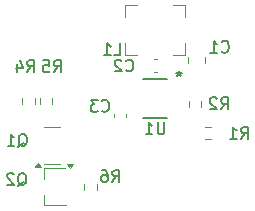
<source format=gbr>
%TF.GenerationSoftware,KiCad,Pcbnew,7.0.11-2.fc38*%
%TF.CreationDate,2024-04-05T10:11:15+02:00*%
%TF.ProjectId,WLED_Board,574c4544-5f42-46f6-9172-642e6b696361,rev?*%
%TF.SameCoordinates,Original*%
%TF.FileFunction,Legend,Bot*%
%TF.FilePolarity,Positive*%
%FSLAX46Y46*%
G04 Gerber Fmt 4.6, Leading zero omitted, Abs format (unit mm)*
G04 Created by KiCad (PCBNEW 7.0.11-2.fc38) date 2024-04-05 10:11:15*
%MOMM*%
%LPD*%
G01*
G04 APERTURE LIST*
%ADD10C,0.150000*%
%ADD11C,0.120000*%
%ADD12C,0.152400*%
G04 APERTURE END LIST*
D10*
X94516665Y-103854819D02*
X94992855Y-103854819D01*
X94992855Y-103854819D02*
X94992855Y-102854819D01*
X93659522Y-103854819D02*
X94230950Y-103854819D01*
X93945236Y-103854819D02*
X93945236Y-102854819D01*
X93945236Y-102854819D02*
X94040474Y-102997676D01*
X94040474Y-102997676D02*
X94135712Y-103092914D01*
X94135712Y-103092914D02*
X94230950Y-103140533D01*
X86395237Y-111650057D02*
X86490475Y-111602438D01*
X86490475Y-111602438D02*
X86585713Y-111507200D01*
X86585713Y-111507200D02*
X86728570Y-111364342D01*
X86728570Y-111364342D02*
X86823808Y-111316723D01*
X86823808Y-111316723D02*
X86919046Y-111316723D01*
X86871427Y-111554819D02*
X86966665Y-111507200D01*
X86966665Y-111507200D02*
X87061903Y-111411961D01*
X87061903Y-111411961D02*
X87109522Y-111221485D01*
X87109522Y-111221485D02*
X87109522Y-110888152D01*
X87109522Y-110888152D02*
X87061903Y-110697676D01*
X87061903Y-110697676D02*
X86966665Y-110602438D01*
X86966665Y-110602438D02*
X86871427Y-110554819D01*
X86871427Y-110554819D02*
X86680951Y-110554819D01*
X86680951Y-110554819D02*
X86585713Y-110602438D01*
X86585713Y-110602438D02*
X86490475Y-110697676D01*
X86490475Y-110697676D02*
X86442856Y-110888152D01*
X86442856Y-110888152D02*
X86442856Y-111221485D01*
X86442856Y-111221485D02*
X86490475Y-111411961D01*
X86490475Y-111411961D02*
X86585713Y-111507200D01*
X86585713Y-111507200D02*
X86680951Y-111554819D01*
X86680951Y-111554819D02*
X86871427Y-111554819D01*
X85490475Y-111554819D02*
X86061903Y-111554819D01*
X85776189Y-111554819D02*
X85776189Y-110554819D01*
X85776189Y-110554819D02*
X85871427Y-110697676D01*
X85871427Y-110697676D02*
X85966665Y-110792914D01*
X85966665Y-110792914D02*
X86061903Y-110840533D01*
X98761903Y-109554819D02*
X98761903Y-110364342D01*
X98761903Y-110364342D02*
X98714284Y-110459580D01*
X98714284Y-110459580D02*
X98666665Y-110507200D01*
X98666665Y-110507200D02*
X98571427Y-110554819D01*
X98571427Y-110554819D02*
X98380951Y-110554819D01*
X98380951Y-110554819D02*
X98285713Y-110507200D01*
X98285713Y-110507200D02*
X98238094Y-110459580D01*
X98238094Y-110459580D02*
X98190475Y-110364342D01*
X98190475Y-110364342D02*
X98190475Y-109554819D01*
X97190475Y-110554819D02*
X97761903Y-110554819D01*
X97476189Y-110554819D02*
X97476189Y-109554819D01*
X97476189Y-109554819D02*
X97571427Y-109697676D01*
X97571427Y-109697676D02*
X97666665Y-109792914D01*
X97666665Y-109792914D02*
X97761903Y-109840533D01*
X99999999Y-105204819D02*
X99999999Y-105442914D01*
X100238094Y-105347676D02*
X99999999Y-105442914D01*
X99999999Y-105442914D02*
X99761904Y-105347676D01*
X100142856Y-105633390D02*
X99999999Y-105442914D01*
X99999999Y-105442914D02*
X99857142Y-105633390D01*
X103566665Y-108454819D02*
X103899998Y-107978628D01*
X104138093Y-108454819D02*
X104138093Y-107454819D01*
X104138093Y-107454819D02*
X103757141Y-107454819D01*
X103757141Y-107454819D02*
X103661903Y-107502438D01*
X103661903Y-107502438D02*
X103614284Y-107550057D01*
X103614284Y-107550057D02*
X103566665Y-107645295D01*
X103566665Y-107645295D02*
X103566665Y-107788152D01*
X103566665Y-107788152D02*
X103614284Y-107883390D01*
X103614284Y-107883390D02*
X103661903Y-107931009D01*
X103661903Y-107931009D02*
X103757141Y-107978628D01*
X103757141Y-107978628D02*
X104138093Y-107978628D01*
X103185712Y-107550057D02*
X103138093Y-107502438D01*
X103138093Y-107502438D02*
X103042855Y-107454819D01*
X103042855Y-107454819D02*
X102804760Y-107454819D01*
X102804760Y-107454819D02*
X102709522Y-107502438D01*
X102709522Y-107502438D02*
X102661903Y-107550057D01*
X102661903Y-107550057D02*
X102614284Y-107645295D01*
X102614284Y-107645295D02*
X102614284Y-107740533D01*
X102614284Y-107740533D02*
X102661903Y-107883390D01*
X102661903Y-107883390D02*
X103233331Y-108454819D01*
X103233331Y-108454819D02*
X102614284Y-108454819D01*
X103616665Y-103559580D02*
X103664284Y-103607200D01*
X103664284Y-103607200D02*
X103807141Y-103654819D01*
X103807141Y-103654819D02*
X103902379Y-103654819D01*
X103902379Y-103654819D02*
X104045236Y-103607200D01*
X104045236Y-103607200D02*
X104140474Y-103511961D01*
X104140474Y-103511961D02*
X104188093Y-103416723D01*
X104188093Y-103416723D02*
X104235712Y-103226247D01*
X104235712Y-103226247D02*
X104235712Y-103083390D01*
X104235712Y-103083390D02*
X104188093Y-102892914D01*
X104188093Y-102892914D02*
X104140474Y-102797676D01*
X104140474Y-102797676D02*
X104045236Y-102702438D01*
X104045236Y-102702438D02*
X103902379Y-102654819D01*
X103902379Y-102654819D02*
X103807141Y-102654819D01*
X103807141Y-102654819D02*
X103664284Y-102702438D01*
X103664284Y-102702438D02*
X103616665Y-102750057D01*
X102664284Y-103654819D02*
X103235712Y-103654819D01*
X102949998Y-103654819D02*
X102949998Y-102654819D01*
X102949998Y-102654819D02*
X103045236Y-102797676D01*
X103045236Y-102797676D02*
X103140474Y-102892914D01*
X103140474Y-102892914D02*
X103235712Y-102940533D01*
X86345237Y-114950057D02*
X86440475Y-114902438D01*
X86440475Y-114902438D02*
X86535713Y-114807200D01*
X86535713Y-114807200D02*
X86678570Y-114664342D01*
X86678570Y-114664342D02*
X86773808Y-114616723D01*
X86773808Y-114616723D02*
X86869046Y-114616723D01*
X86821427Y-114854819D02*
X86916665Y-114807200D01*
X86916665Y-114807200D02*
X87011903Y-114711961D01*
X87011903Y-114711961D02*
X87059522Y-114521485D01*
X87059522Y-114521485D02*
X87059522Y-114188152D01*
X87059522Y-114188152D02*
X87011903Y-113997676D01*
X87011903Y-113997676D02*
X86916665Y-113902438D01*
X86916665Y-113902438D02*
X86821427Y-113854819D01*
X86821427Y-113854819D02*
X86630951Y-113854819D01*
X86630951Y-113854819D02*
X86535713Y-113902438D01*
X86535713Y-113902438D02*
X86440475Y-113997676D01*
X86440475Y-113997676D02*
X86392856Y-114188152D01*
X86392856Y-114188152D02*
X86392856Y-114521485D01*
X86392856Y-114521485D02*
X86440475Y-114711961D01*
X86440475Y-114711961D02*
X86535713Y-114807200D01*
X86535713Y-114807200D02*
X86630951Y-114854819D01*
X86630951Y-114854819D02*
X86821427Y-114854819D01*
X86011903Y-113950057D02*
X85964284Y-113902438D01*
X85964284Y-113902438D02*
X85869046Y-113854819D01*
X85869046Y-113854819D02*
X85630951Y-113854819D01*
X85630951Y-113854819D02*
X85535713Y-113902438D01*
X85535713Y-113902438D02*
X85488094Y-113950057D01*
X85488094Y-113950057D02*
X85440475Y-114045295D01*
X85440475Y-114045295D02*
X85440475Y-114140533D01*
X85440475Y-114140533D02*
X85488094Y-114283390D01*
X85488094Y-114283390D02*
X86059522Y-114854819D01*
X86059522Y-114854819D02*
X85440475Y-114854819D01*
X93466665Y-108559580D02*
X93514284Y-108607200D01*
X93514284Y-108607200D02*
X93657141Y-108654819D01*
X93657141Y-108654819D02*
X93752379Y-108654819D01*
X93752379Y-108654819D02*
X93895236Y-108607200D01*
X93895236Y-108607200D02*
X93990474Y-108511961D01*
X93990474Y-108511961D02*
X94038093Y-108416723D01*
X94038093Y-108416723D02*
X94085712Y-108226247D01*
X94085712Y-108226247D02*
X94085712Y-108083390D01*
X94085712Y-108083390D02*
X94038093Y-107892914D01*
X94038093Y-107892914D02*
X93990474Y-107797676D01*
X93990474Y-107797676D02*
X93895236Y-107702438D01*
X93895236Y-107702438D02*
X93752379Y-107654819D01*
X93752379Y-107654819D02*
X93657141Y-107654819D01*
X93657141Y-107654819D02*
X93514284Y-107702438D01*
X93514284Y-107702438D02*
X93466665Y-107750057D01*
X93133331Y-107654819D02*
X92514284Y-107654819D01*
X92514284Y-107654819D02*
X92847617Y-108035771D01*
X92847617Y-108035771D02*
X92704760Y-108035771D01*
X92704760Y-108035771D02*
X92609522Y-108083390D01*
X92609522Y-108083390D02*
X92561903Y-108131009D01*
X92561903Y-108131009D02*
X92514284Y-108226247D01*
X92514284Y-108226247D02*
X92514284Y-108464342D01*
X92514284Y-108464342D02*
X92561903Y-108559580D01*
X92561903Y-108559580D02*
X92609522Y-108607200D01*
X92609522Y-108607200D02*
X92704760Y-108654819D01*
X92704760Y-108654819D02*
X92990474Y-108654819D01*
X92990474Y-108654819D02*
X93085712Y-108607200D01*
X93085712Y-108607200D02*
X93133331Y-108559580D01*
X105266665Y-110954819D02*
X105599998Y-110478628D01*
X105838093Y-110954819D02*
X105838093Y-109954819D01*
X105838093Y-109954819D02*
X105457141Y-109954819D01*
X105457141Y-109954819D02*
X105361903Y-110002438D01*
X105361903Y-110002438D02*
X105314284Y-110050057D01*
X105314284Y-110050057D02*
X105266665Y-110145295D01*
X105266665Y-110145295D02*
X105266665Y-110288152D01*
X105266665Y-110288152D02*
X105314284Y-110383390D01*
X105314284Y-110383390D02*
X105361903Y-110431009D01*
X105361903Y-110431009D02*
X105457141Y-110478628D01*
X105457141Y-110478628D02*
X105838093Y-110478628D01*
X104314284Y-110954819D02*
X104885712Y-110954819D01*
X104599998Y-110954819D02*
X104599998Y-109954819D01*
X104599998Y-109954819D02*
X104695236Y-110097676D01*
X104695236Y-110097676D02*
X104790474Y-110192914D01*
X104790474Y-110192914D02*
X104885712Y-110240533D01*
X95516665Y-105159580D02*
X95564284Y-105207200D01*
X95564284Y-105207200D02*
X95707141Y-105254819D01*
X95707141Y-105254819D02*
X95802379Y-105254819D01*
X95802379Y-105254819D02*
X95945236Y-105207200D01*
X95945236Y-105207200D02*
X96040474Y-105111961D01*
X96040474Y-105111961D02*
X96088093Y-105016723D01*
X96088093Y-105016723D02*
X96135712Y-104826247D01*
X96135712Y-104826247D02*
X96135712Y-104683390D01*
X96135712Y-104683390D02*
X96088093Y-104492914D01*
X96088093Y-104492914D02*
X96040474Y-104397676D01*
X96040474Y-104397676D02*
X95945236Y-104302438D01*
X95945236Y-104302438D02*
X95802379Y-104254819D01*
X95802379Y-104254819D02*
X95707141Y-104254819D01*
X95707141Y-104254819D02*
X95564284Y-104302438D01*
X95564284Y-104302438D02*
X95516665Y-104350057D01*
X95135712Y-104350057D02*
X95088093Y-104302438D01*
X95088093Y-104302438D02*
X94992855Y-104254819D01*
X94992855Y-104254819D02*
X94754760Y-104254819D01*
X94754760Y-104254819D02*
X94659522Y-104302438D01*
X94659522Y-104302438D02*
X94611903Y-104350057D01*
X94611903Y-104350057D02*
X94564284Y-104445295D01*
X94564284Y-104445295D02*
X94564284Y-104540533D01*
X94564284Y-104540533D02*
X94611903Y-104683390D01*
X94611903Y-104683390D02*
X95183331Y-105254819D01*
X95183331Y-105254819D02*
X94564284Y-105254819D01*
X87166665Y-105292319D02*
X87499998Y-104816128D01*
X87738093Y-105292319D02*
X87738093Y-104292319D01*
X87738093Y-104292319D02*
X87357141Y-104292319D01*
X87357141Y-104292319D02*
X87261903Y-104339938D01*
X87261903Y-104339938D02*
X87214284Y-104387557D01*
X87214284Y-104387557D02*
X87166665Y-104482795D01*
X87166665Y-104482795D02*
X87166665Y-104625652D01*
X87166665Y-104625652D02*
X87214284Y-104720890D01*
X87214284Y-104720890D02*
X87261903Y-104768509D01*
X87261903Y-104768509D02*
X87357141Y-104816128D01*
X87357141Y-104816128D02*
X87738093Y-104816128D01*
X86309522Y-104625652D02*
X86309522Y-105292319D01*
X86547617Y-104244700D02*
X86785712Y-104958985D01*
X86785712Y-104958985D02*
X86166665Y-104958985D01*
X89416665Y-105304819D02*
X89749998Y-104828628D01*
X89988093Y-105304819D02*
X89988093Y-104304819D01*
X89988093Y-104304819D02*
X89607141Y-104304819D01*
X89607141Y-104304819D02*
X89511903Y-104352438D01*
X89511903Y-104352438D02*
X89464284Y-104400057D01*
X89464284Y-104400057D02*
X89416665Y-104495295D01*
X89416665Y-104495295D02*
X89416665Y-104638152D01*
X89416665Y-104638152D02*
X89464284Y-104733390D01*
X89464284Y-104733390D02*
X89511903Y-104781009D01*
X89511903Y-104781009D02*
X89607141Y-104828628D01*
X89607141Y-104828628D02*
X89988093Y-104828628D01*
X88511903Y-104304819D02*
X88988093Y-104304819D01*
X88988093Y-104304819D02*
X89035712Y-104781009D01*
X89035712Y-104781009D02*
X88988093Y-104733390D01*
X88988093Y-104733390D02*
X88892855Y-104685771D01*
X88892855Y-104685771D02*
X88654760Y-104685771D01*
X88654760Y-104685771D02*
X88559522Y-104733390D01*
X88559522Y-104733390D02*
X88511903Y-104781009D01*
X88511903Y-104781009D02*
X88464284Y-104876247D01*
X88464284Y-104876247D02*
X88464284Y-105114342D01*
X88464284Y-105114342D02*
X88511903Y-105209580D01*
X88511903Y-105209580D02*
X88559522Y-105257200D01*
X88559522Y-105257200D02*
X88654760Y-105304819D01*
X88654760Y-105304819D02*
X88892855Y-105304819D01*
X88892855Y-105304819D02*
X88988093Y-105257200D01*
X88988093Y-105257200D02*
X89035712Y-105209580D01*
X94366665Y-114604819D02*
X94699998Y-114128628D01*
X94938093Y-114604819D02*
X94938093Y-113604819D01*
X94938093Y-113604819D02*
X94557141Y-113604819D01*
X94557141Y-113604819D02*
X94461903Y-113652438D01*
X94461903Y-113652438D02*
X94414284Y-113700057D01*
X94414284Y-113700057D02*
X94366665Y-113795295D01*
X94366665Y-113795295D02*
X94366665Y-113938152D01*
X94366665Y-113938152D02*
X94414284Y-114033390D01*
X94414284Y-114033390D02*
X94461903Y-114081009D01*
X94461903Y-114081009D02*
X94557141Y-114128628D01*
X94557141Y-114128628D02*
X94938093Y-114128628D01*
X93509522Y-113604819D02*
X93699998Y-113604819D01*
X93699998Y-113604819D02*
X93795236Y-113652438D01*
X93795236Y-113652438D02*
X93842855Y-113700057D01*
X93842855Y-113700057D02*
X93938093Y-113842914D01*
X93938093Y-113842914D02*
X93985712Y-114033390D01*
X93985712Y-114033390D02*
X93985712Y-114414342D01*
X93985712Y-114414342D02*
X93938093Y-114509580D01*
X93938093Y-114509580D02*
X93890474Y-114557200D01*
X93890474Y-114557200D02*
X93795236Y-114604819D01*
X93795236Y-114604819D02*
X93604760Y-114604819D01*
X93604760Y-114604819D02*
X93509522Y-114557200D01*
X93509522Y-114557200D02*
X93461903Y-114509580D01*
X93461903Y-114509580D02*
X93414284Y-114414342D01*
X93414284Y-114414342D02*
X93414284Y-114176247D01*
X93414284Y-114176247D02*
X93461903Y-114081009D01*
X93461903Y-114081009D02*
X93509522Y-114033390D01*
X93509522Y-114033390D02*
X93604760Y-113985771D01*
X93604760Y-113985771D02*
X93795236Y-113985771D01*
X93795236Y-113985771D02*
X93890474Y-114033390D01*
X93890474Y-114033390D02*
X93938093Y-114081009D01*
X93938093Y-114081009D02*
X93985712Y-114176247D01*
D11*
%TO.C,L1*%
X100489999Y-103860000D02*
X100489999Y-102835000D01*
X100489999Y-103860000D02*
X99464999Y-103860000D01*
X100489999Y-99640000D02*
X100489999Y-100665000D01*
X100489999Y-99640000D02*
X99464999Y-99640000D01*
X95409999Y-103860000D02*
X96434999Y-103860000D01*
X95409999Y-103860000D02*
X95409999Y-102835000D01*
X95409999Y-99640000D02*
X96434999Y-99640000D01*
X95409999Y-99640000D02*
X95409999Y-100665000D01*
%TO.C,Q1*%
X89250000Y-109940000D02*
X88600000Y-109940000D01*
X89250000Y-109940000D02*
X89900000Y-109940000D01*
X89250000Y-113060000D02*
X88600000Y-113060000D01*
X89250000Y-113060000D02*
X89900000Y-113060000D01*
X88327500Y-113340000D02*
X87847500Y-113340000D01*
X88087500Y-113010000D01*
X88327500Y-113340000D01*
G36*
X88327500Y-113340000D02*
G01*
X87847500Y-113340000D01*
X88087500Y-113010000D01*
X88327500Y-113340000D01*
G37*
D12*
%TO.C,U1*%
X99003300Y-109151000D02*
X96996700Y-109151000D01*
X96996700Y-105849000D02*
X99003300Y-105849000D01*
D11*
%TO.C,R2*%
X100839951Y-108254724D02*
X100839951Y-107745276D01*
X101884951Y-108254724D02*
X101884951Y-107745276D01*
%TO.C,C1*%
X100765000Y-104511252D02*
X100765000Y-103988748D01*
X102235000Y-104511252D02*
X102235000Y-103988748D01*
%TO.C,Q2*%
X88555000Y-116580000D02*
X90405000Y-116580000D01*
X88555000Y-115690000D02*
X88555000Y-116580000D01*
X88540000Y-113460000D02*
X90390000Y-113460000D01*
X88540000Y-113460000D02*
X88540000Y-114350000D01*
X90780000Y-113450000D02*
X90540000Y-113120000D01*
X91020000Y-113120000D01*
X90780000Y-113450000D01*
G36*
X90780000Y-113450000D02*
G01*
X90540000Y-113120000D01*
X91020000Y-113120000D01*
X90780000Y-113450000D01*
G37*
%TO.C,C3*%
X94490000Y-109146267D02*
X94490000Y-108853733D01*
X95510000Y-109146267D02*
X95510000Y-108853733D01*
%TO.C,R1*%
X102754723Y-110972501D02*
X102245275Y-110972501D01*
X102754723Y-109927501D02*
X102245275Y-109927501D01*
%TO.C,C2*%
X98146267Y-105260000D02*
X97853733Y-105260000D01*
X98146267Y-104240000D02*
X97853733Y-104240000D01*
%TO.C,R4*%
X87772500Y-107495276D02*
X87772500Y-108004724D01*
X86727500Y-107495276D02*
X86727500Y-108004724D01*
%TO.C,R5*%
X88227500Y-108004724D02*
X88227500Y-107495276D01*
X89272500Y-108004724D02*
X89272500Y-107495276D01*
%TO.C,R6*%
X91977500Y-115254724D02*
X91977500Y-114745276D01*
X93022500Y-115254724D02*
X93022500Y-114745276D01*
%TD*%
M02*

</source>
